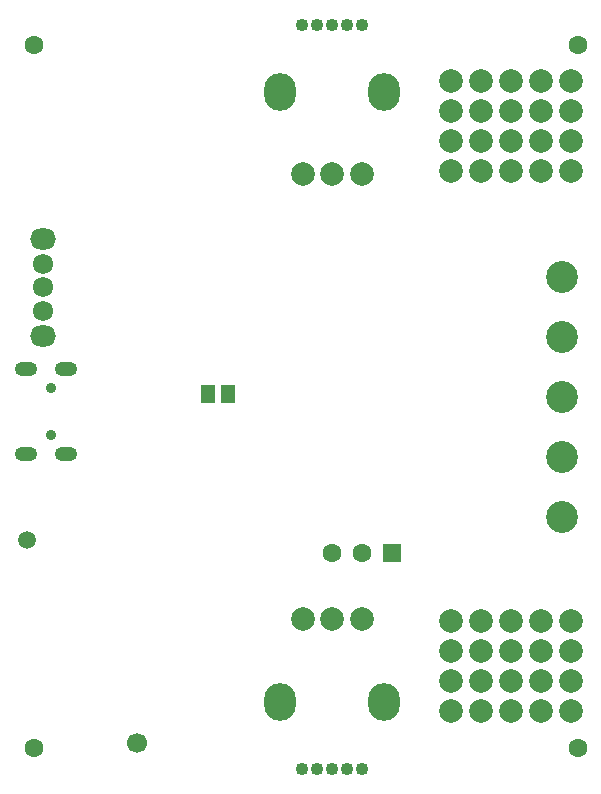
<source format=gbs>
G04*
G04 #@! TF.GenerationSoftware,Altium Limited,Altium Designer,21.9.2 (33)*
G04*
G04 Layer_Color=16711935*
%FSLAX25Y25*%
%MOIN*%
G70*
G04*
G04 #@! TF.SameCoordinates,35660DA9-C4E3-4063-8D90-980638CF2194*
G04*
G04*
G04 #@! TF.FilePolarity,Negative*
G04*
G01*
G75*
G04:AMPARAMS|DCode=47|XSize=62.99mil|YSize=62.99mil|CornerRadius=5.87mil|HoleSize=0mil|Usage=FLASHONLY|Rotation=270.000|XOffset=0mil|YOffset=0mil|HoleType=Round|Shape=RoundedRectangle|*
%AMROUNDEDRECTD47*
21,1,0.06299,0.05126,0,0,270.0*
21,1,0.05126,0.06299,0,0,270.0*
1,1,0.01173,-0.02563,-0.02563*
1,1,0.01173,-0.02563,0.02563*
1,1,0.01173,0.02563,0.02563*
1,1,0.01173,0.02563,-0.02563*
%
%ADD47ROUNDEDRECTD47*%
%ADD48C,0.06299*%
%ADD49O,0.08661X0.07087*%
%ADD50C,0.06787*%
%ADD51C,0.03543*%
%ADD52O,0.07480X0.04724*%
%ADD53C,0.04265*%
%ADD54C,0.07874*%
%ADD55O,0.10630X0.12598*%
%ADD56C,0.07874*%
%ADD57C,0.06284*%
%ADD58C,0.05890*%
%ADD59C,0.10630*%
%ADD60C,0.06693*%
%ADD118R,0.05118X0.06299*%
D47*
X161575Y92520D02*
D03*
D48*
X141575D02*
D03*
X151575D02*
D03*
D49*
X45276Y197244D02*
D03*
Y164961D02*
D03*
D50*
Y173228D02*
D03*
Y181102D02*
D03*
Y188976D02*
D03*
D51*
X47933Y147638D02*
D03*
Y131890D02*
D03*
D52*
X53149Y125689D02*
D03*
Y153839D02*
D03*
X39567D02*
D03*
Y125689D02*
D03*
D53*
X131732Y268685D02*
D03*
X136732D02*
D03*
X141732D02*
D03*
X146732D02*
D03*
X151732D02*
D03*
Y20685D02*
D03*
X146732D02*
D03*
X141732D02*
D03*
X136732D02*
D03*
X131732D02*
D03*
D54*
X191496Y69764D02*
D03*
Y59764D02*
D03*
X201496D02*
D03*
Y69764D02*
D03*
X211496D02*
D03*
Y59764D02*
D03*
X221496Y69764D02*
D03*
Y59764D02*
D03*
X181496Y69764D02*
D03*
Y59764D02*
D03*
X211496Y219764D02*
D03*
Y229764D02*
D03*
X201496D02*
D03*
Y219764D02*
D03*
X191496D02*
D03*
Y229764D02*
D03*
X181496Y219764D02*
D03*
Y229764D02*
D03*
X221496Y219764D02*
D03*
Y229764D02*
D03*
X191496Y49764D02*
D03*
Y39764D02*
D03*
X201496D02*
D03*
Y49764D02*
D03*
X211496D02*
D03*
Y39764D02*
D03*
X221496Y49764D02*
D03*
Y39764D02*
D03*
X181496Y49764D02*
D03*
Y39764D02*
D03*
X211496Y239764D02*
D03*
Y249764D02*
D03*
X201496D02*
D03*
Y239764D02*
D03*
X191496D02*
D03*
Y249764D02*
D03*
X181496Y239764D02*
D03*
Y249764D02*
D03*
X221496Y239764D02*
D03*
Y249764D02*
D03*
D55*
X124409Y43024D02*
D03*
X159055Y42965D02*
D03*
X159055Y246346D02*
D03*
X124409Y246406D02*
D03*
D56*
X131890Y70524D02*
D03*
X141732D02*
D03*
X151575D02*
D03*
X151575Y218847D02*
D03*
X141732D02*
D03*
X131890D02*
D03*
D57*
X42520Y261811D02*
D03*
X42520Y27559D02*
D03*
X223622Y27559D02*
D03*
Y261811D02*
D03*
D58*
X40157Y96850D02*
D03*
D59*
X218504Y164685D02*
D03*
Y144685D02*
D03*
Y124685D02*
D03*
Y184685D02*
D03*
Y104685D02*
D03*
D60*
X76772Y29134D02*
D03*
D118*
X100295Y145669D02*
D03*
X107185D02*
D03*
M02*

</source>
